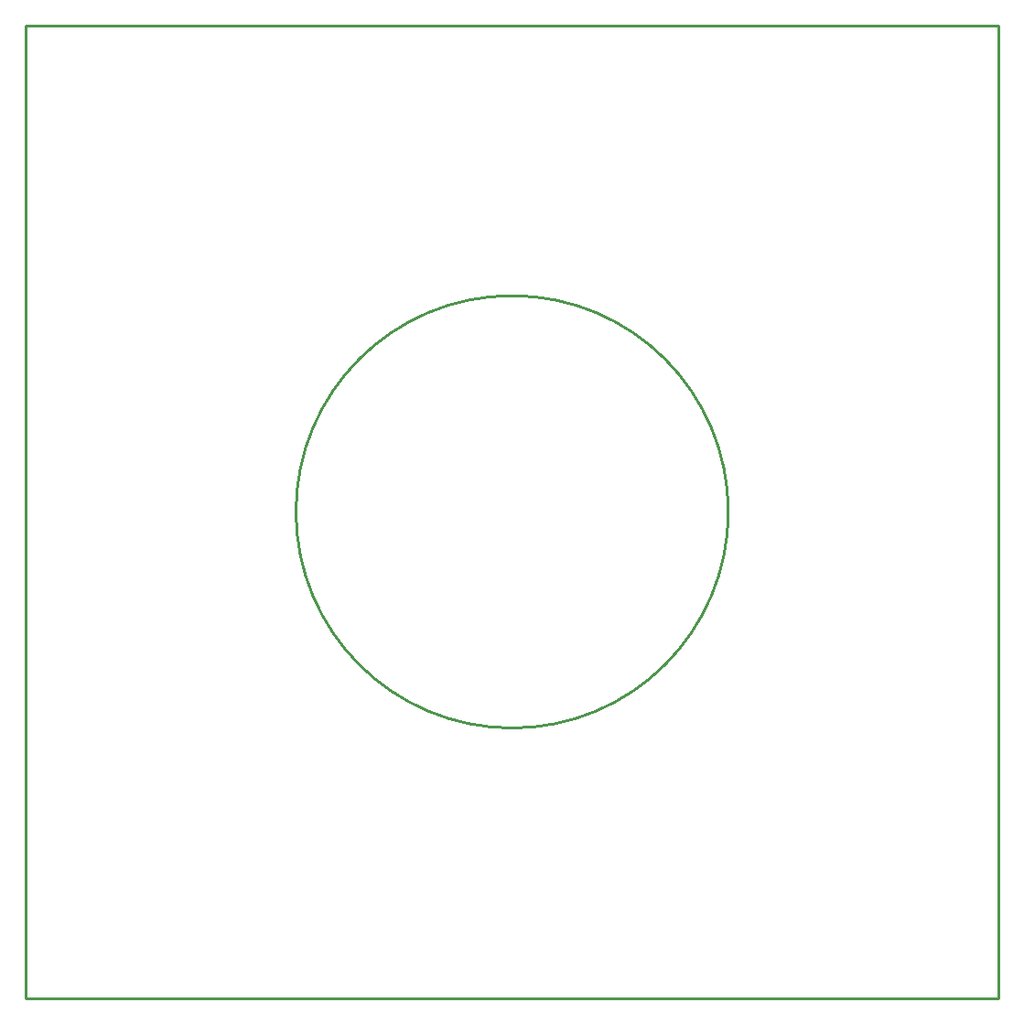
<source format=gko>
G04*
G04 #@! TF.GenerationSoftware,Altium Limited,Altium Designer,24.0.1 (36)*
G04*
G04 Layer_Color=16711935*
%FSLAX44Y44*%
%MOMM*%
G71*
G04*
G04 #@! TF.SameCoordinates,C0ED5DD7-DA47-4A81-9C3B-FA78DA4D2569*
G04*
G04*
G04 #@! TF.FilePolarity,Positive*
G04*
G01*
G75*
%ADD19C,0.2540*%
D19*
X650000Y450000D02*
G03*
X650000Y450000I-200000J0D01*
G01*
X0Y0D02*
X900000D01*
Y900000D01*
X0D02*
X900000D01*
X0Y0D02*
Y900000D01*
M02*

</source>
